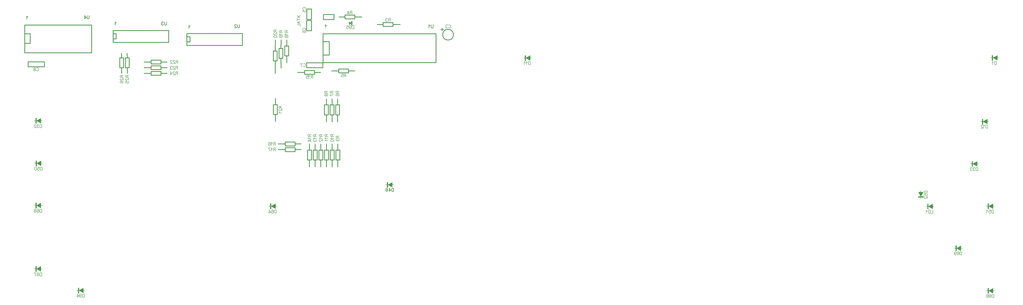
<source format=gbr>
%FSLAX34Y34*%
%MOMM*%
%LNSILK_BOTTOM*%
G71*
G01*
%ADD10C,0.300*%
%ADD11C,0.178*%
%ADD12C,0.100*%
%ADD13C,0.200*%
%ADD14C,0.318*%
%ADD15C,0.254*%
%LPD*%
G54D10*
X1700212Y868759D02*
X1744266Y868759D01*
X1744266Y851694D01*
X1700212Y851694D01*
X1700212Y868759D01*
G54D10*
X1775818Y860226D02*
X1744464Y860226D01*
X1744266Y860425D01*
G54D10*
X1673424Y860226D02*
X1700014Y860226D01*
X1700212Y860425D01*
G54D10*
X1529160Y902097D02*
X1573212Y902097D01*
X1573212Y885031D01*
X1529160Y885031D01*
X1529160Y902097D01*
G54D10*
X1604765Y893564D02*
X1573412Y893564D01*
X1573212Y893762D01*
G54D10*
X1502371Y893564D02*
X1528960Y893564D01*
X1529160Y893762D01*
G54D11*
X1727852Y880823D02*
X1724652Y879045D01*
X1723585Y877267D01*
X1723585Y873712D01*
G54D11*
X1732118Y873712D02*
X1732118Y887934D01*
X1726785Y887934D01*
X1724652Y887045D01*
X1723585Y885267D01*
X1723585Y883490D01*
X1724652Y881712D01*
X1726785Y880823D01*
X1732118Y880823D01*
G54D11*
X1719674Y885267D02*
X1718608Y887045D01*
X1716474Y887934D01*
X1714341Y887934D01*
X1712208Y887045D01*
X1711141Y885267D01*
X1711141Y883490D01*
X1712208Y881712D01*
X1714341Y880823D01*
X1712208Y879934D01*
X1711141Y878156D01*
X1711141Y876379D01*
X1712208Y874601D01*
X1714341Y873712D01*
X1716474Y873712D01*
X1718608Y874601D01*
X1719674Y876379D01*
G54D11*
X1556416Y913779D02*
X1553216Y912001D01*
X1552150Y910224D01*
X1552150Y906668D01*
G54D11*
X1560683Y906668D02*
X1560683Y920890D01*
X1555350Y920890D01*
X1553216Y920001D01*
X1552150Y918224D01*
X1552150Y916446D01*
X1553216Y914668D01*
X1555350Y913779D01*
X1560683Y913779D01*
G54D11*
X1541839Y906668D02*
X1541839Y920890D01*
X1548239Y912001D01*
X1548239Y910224D01*
X1539706Y910224D01*
G36*
X1547416Y873919D02*
X1556544Y866378D01*
X1547416Y858044D01*
X1547416Y873919D01*
G37*
G54D12*
X1547416Y873919D02*
X1556544Y866378D01*
X1547416Y858044D01*
X1547416Y873919D01*
G36*
X1556940Y875506D02*
X1560910Y875506D01*
X1560910Y856853D01*
X1556940Y856853D01*
X1556940Y875506D01*
G37*
G54D12*
X1556940Y875506D02*
X1560910Y875506D01*
X1560910Y856853D01*
X1556940Y856853D01*
X1556940Y875506D01*
G54D12*
X1544240Y866378D02*
X1563290Y866378D01*
G54D10*
X1276351Y763588D02*
X1276351Y719535D01*
X1259286Y719535D01*
X1259286Y763588D01*
X1276351Y763588D01*
G54D10*
X1267818Y687982D02*
X1267818Y719336D01*
X1268016Y719535D01*
G54D10*
X1267818Y790376D02*
X1267818Y763787D01*
X1268016Y763588D01*
G54D10*
X1250554Y752078D02*
X1250554Y708025D01*
X1233488Y708025D01*
X1233488Y752078D01*
X1250554Y752078D01*
G54D10*
X1242418Y664170D02*
X1242021Y707826D01*
X1242220Y708025D01*
G54D10*
X1242418Y790376D02*
X1242021Y752278D01*
X1242220Y752078D01*
G54D10*
X1225154Y740569D02*
X1225154Y696516D01*
X1208088Y696516D01*
X1208088Y740569D01*
X1225154Y740569D01*
G54D10*
X1216224Y640754D02*
X1216621Y696317D01*
X1216820Y696516D01*
G54D10*
X1217018Y790376D02*
X1216621Y740768D01*
X1216820Y740569D01*
G54D10*
X1454151Y498872D02*
X1454151Y454819D01*
X1437086Y454819D01*
X1437086Y498872D01*
X1454151Y498872D01*
G54D10*
X1445618Y423267D02*
X1445618Y454620D01*
X1445816Y454819D01*
G54D10*
X1445618Y525660D02*
X1445618Y499071D01*
X1445816Y498872D01*
G54D10*
X1479551Y498872D02*
X1479551Y454819D01*
X1462486Y454819D01*
X1462486Y498872D01*
X1479551Y498872D01*
G54D10*
X1471018Y423267D02*
X1471018Y454620D01*
X1471216Y454819D01*
G54D10*
X1471018Y525660D02*
X1471018Y499071D01*
X1471216Y498872D01*
G54D10*
X1504554Y498872D02*
X1504554Y454819D01*
X1487488Y454819D01*
X1487488Y498872D01*
X1504554Y498872D01*
G54D10*
X1496020Y423267D02*
X1496020Y454620D01*
X1496220Y454819D01*
G54D10*
X1496020Y525660D02*
X1496020Y499071D01*
X1496220Y498872D01*
G54D10*
X1225551Y500063D02*
X1225551Y456010D01*
X1208486Y456010D01*
X1208486Y500063D01*
X1225551Y500063D01*
G54D10*
X1217018Y424457D02*
X1217018Y455811D01*
X1217216Y456010D01*
G54D10*
X1217018Y526851D02*
X1217018Y500262D01*
X1217216Y500063D01*
G54D10*
X1378745Y296466D02*
X1378745Y252413D01*
X1361679Y252413D01*
X1361679Y296466D01*
X1378745Y296466D01*
G54D10*
X1370211Y220860D02*
X1370211Y252214D01*
X1370410Y252413D01*
G54D10*
X1370211Y323254D02*
X1370211Y296665D01*
X1370410Y296466D01*
G54D10*
X1404145Y296466D02*
X1404145Y252413D01*
X1387079Y252413D01*
X1387079Y296466D01*
X1404145Y296466D01*
G54D10*
X1395611Y220860D02*
X1395611Y252214D01*
X1395810Y252413D01*
G54D10*
X1395611Y323254D02*
X1395611Y296665D01*
X1395810Y296466D01*
G54D10*
X1404145Y296466D02*
X1404145Y252413D01*
X1387079Y252413D01*
X1387079Y296466D01*
X1404145Y296466D01*
G54D10*
X1395611Y220860D02*
X1395611Y252214D01*
X1395810Y252413D01*
G54D10*
X1395611Y323254D02*
X1395611Y296665D01*
X1395810Y296466D01*
G54D10*
X1429545Y296466D02*
X1429545Y252413D01*
X1412479Y252413D01*
X1412479Y296466D01*
X1429545Y296466D01*
G54D10*
X1421011Y220860D02*
X1421011Y252214D01*
X1421210Y252413D01*
G54D10*
X1421011Y323254D02*
X1421011Y296665D01*
X1421210Y296466D01*
G54D10*
X1429545Y296466D02*
X1429545Y252413D01*
X1412479Y252413D01*
X1412479Y296466D01*
X1429545Y296466D01*
G54D10*
X1421011Y220860D02*
X1421011Y252214D01*
X1421210Y252413D01*
G54D10*
X1421011Y323254D02*
X1421011Y296665D01*
X1421210Y296466D01*
G54D10*
X1454945Y296466D02*
X1454945Y252413D01*
X1437879Y252413D01*
X1437879Y296466D01*
X1454945Y296466D01*
G54D10*
X1446411Y220860D02*
X1446411Y252214D01*
X1446610Y252413D01*
G54D10*
X1446411Y323254D02*
X1446411Y296665D01*
X1446610Y296466D01*
G54D10*
X1454945Y296466D02*
X1454945Y252413D01*
X1437879Y252413D01*
X1437879Y296466D01*
X1454945Y296466D01*
G54D10*
X1446411Y220860D02*
X1446411Y252214D01*
X1446610Y252413D01*
G54D10*
X1446411Y323254D02*
X1446411Y296665D01*
X1446610Y296466D01*
G54D10*
X1480345Y296466D02*
X1480345Y252413D01*
X1463279Y252413D01*
X1463279Y296466D01*
X1480345Y296466D01*
G54D10*
X1471811Y220860D02*
X1471811Y252214D01*
X1472010Y252413D01*
G54D10*
X1471811Y323254D02*
X1471811Y296665D01*
X1472010Y296466D01*
G54D10*
X1480345Y296466D02*
X1480345Y252413D01*
X1463279Y252413D01*
X1463279Y296466D01*
X1480345Y296466D01*
G54D10*
X1471811Y220860D02*
X1471811Y252214D01*
X1472010Y252413D01*
G54D10*
X1471811Y323254D02*
X1471811Y296665D01*
X1472010Y296466D01*
G54D10*
X1505745Y296466D02*
X1505745Y252413D01*
X1488679Y252413D01*
X1488679Y296466D01*
X1505745Y296466D01*
G54D10*
X1497211Y220860D02*
X1497211Y252214D01*
X1497410Y252413D01*
G54D10*
X1497211Y323254D02*
X1497211Y296665D01*
X1497410Y296466D01*
G54D10*
X1305324Y315118D02*
X1261271Y315118D01*
X1261271Y332183D01*
X1305324Y332183D01*
X1305324Y315118D01*
G54D10*
X1229718Y323651D02*
X1261072Y323651D01*
X1261271Y323452D01*
G54D10*
X1332112Y323651D02*
X1305523Y323651D01*
X1305324Y323452D01*
G54D10*
X1305721Y289718D02*
X1261668Y289718D01*
X1261668Y306783D01*
X1305721Y306783D01*
X1305721Y289718D01*
G54D10*
X1230115Y298251D02*
X1261469Y298251D01*
X1261668Y298052D01*
G54D10*
X1332509Y298251D02*
X1305920Y298251D01*
X1305721Y298052D01*
G54D10*
X1545036Y643333D02*
X1500983Y643333D01*
X1500983Y660399D01*
X1545036Y660399D01*
X1545036Y643333D01*
G54D10*
X1469431Y651867D02*
X1500784Y651867D01*
X1500983Y651668D01*
G54D10*
X1571824Y651867D02*
X1545236Y651867D01*
X1545036Y651668D01*
G54D10*
X1393033Y636587D02*
X1348980Y636586D01*
X1348980Y653652D01*
X1393033Y653652D01*
X1393033Y636587D01*
G54D10*
X1317428Y645120D02*
X1348781Y645120D01*
X1348980Y644921D01*
G54D10*
X1419822Y645120D02*
X1393232Y645120D01*
X1393033Y644921D01*
G54D10*
X704455Y683021D02*
X660402Y683021D01*
X660402Y700086D01*
X704455Y700086D01*
X704455Y683021D01*
G54D10*
X628850Y691554D02*
X660203Y691554D01*
X660402Y691355D01*
G54D10*
X731244Y691554D02*
X704654Y691554D01*
X704455Y691355D01*
G54D10*
X704455Y657621D02*
X660402Y657621D01*
X660402Y674686D01*
X704455Y674686D01*
X704455Y657621D01*
G54D10*
X628850Y666154D02*
X660203Y666154D01*
X660402Y665955D01*
G54D10*
X731244Y666154D02*
X704654Y666154D01*
X704455Y665955D01*
G54D10*
X704455Y632221D02*
X660402Y632221D01*
X660402Y649286D01*
X704455Y649286D01*
X704455Y632221D01*
G54D10*
X628850Y640754D02*
X660203Y640754D01*
X660402Y640555D01*
G54D10*
X731244Y640754D02*
X704654Y640754D01*
X704455Y640555D01*
G54D10*
X536576Y710010D02*
X536576Y665957D01*
X519510Y665957D01*
X519510Y710010D01*
X536576Y710010D01*
G54D10*
X528043Y641151D02*
X528042Y665758D01*
X528242Y665957D01*
G54D10*
X527646Y730448D02*
X528042Y710209D01*
X528242Y710010D01*
G54D10*
X561976Y710407D02*
X561976Y666353D01*
X544910Y666354D01*
X544910Y710407D01*
X561976Y710407D01*
G54D10*
X553443Y641548D02*
X553442Y666155D01*
X553642Y666354D01*
G54D10*
X553046Y730845D02*
X553442Y710606D01*
X553642Y710407D01*
G54D10*
X108744Y692150D02*
X181769Y692150D01*
X181769Y670322D01*
X108744Y670322D01*
X108744Y692150D01*
G54D11*
X146248Y654732D02*
X147314Y652954D01*
X149448Y652066D01*
X151581Y652066D01*
X153714Y652954D01*
X154781Y654732D01*
X154781Y663621D01*
X153714Y665399D01*
X151581Y666288D01*
X149448Y666288D01*
X147314Y665399D01*
X146248Y663621D01*
G54D11*
X137004Y659177D02*
X139137Y659177D01*
X141270Y660066D01*
X142337Y661843D01*
X142337Y663621D01*
X141270Y665399D01*
X139137Y666288D01*
X137004Y666288D01*
X134870Y665399D01*
X133804Y663621D01*
X133804Y661843D01*
X134870Y660066D01*
X137004Y659177D01*
X134870Y658288D01*
X133804Y656510D01*
X133804Y654732D01*
X134870Y652954D01*
X137004Y652066D01*
X139137Y652066D01*
X141270Y652954D01*
X142337Y654732D01*
X142337Y656510D01*
X141270Y658288D01*
X139137Y659177D01*
G36*
X4428331Y722312D02*
X4432300Y722312D01*
X4432300Y698500D01*
X4428331Y698500D01*
X4428331Y722312D01*
G37*
G54D12*
X4428331Y722312D02*
X4432300Y722312D01*
X4432300Y698500D01*
X4428331Y698500D01*
X4428331Y722312D01*
G36*
X4432300Y710803D02*
X4452144Y721519D01*
X4452144Y699691D01*
X4432300Y710803D01*
G37*
G54D12*
X4432300Y710803D02*
X4452144Y721519D01*
X4452144Y699691D01*
X4432300Y710803D01*
G54D13*
X4422775Y710803D02*
X4457700Y710803D01*
G36*
X4383881Y436166D02*
X4387850Y436166D01*
X4387850Y412353D01*
X4383881Y412353D01*
X4383881Y436166D01*
G37*
G54D12*
X4383881Y436166D02*
X4387850Y436166D01*
X4387850Y412353D01*
X4383881Y412353D01*
X4383881Y436166D01*
G36*
X4387850Y424656D02*
X4407694Y435372D01*
X4407694Y413544D01*
X4387850Y424656D01*
G37*
G54D12*
X4387850Y424656D02*
X4407694Y435372D01*
X4407694Y413544D01*
X4387850Y424656D01*
G54D13*
X4378325Y424656D02*
X4413250Y424656D01*
G36*
X4337844Y246459D02*
X4341812Y246459D01*
X4341812Y222647D01*
X4337844Y222647D01*
X4337844Y246459D01*
G37*
G54D12*
X4337844Y246459D02*
X4341812Y246459D01*
X4341812Y222647D01*
X4337844Y222647D01*
X4337844Y246459D01*
G36*
X4341813Y234950D02*
X4361656Y245666D01*
X4361656Y223838D01*
X4341813Y234950D01*
G37*
G54D12*
X4341813Y234950D02*
X4361656Y245666D01*
X4361656Y223838D01*
X4341813Y234950D01*
G54D13*
X4332288Y234950D02*
X4367212Y234950D01*
G36*
X4409281Y56356D02*
X4413250Y56356D01*
X4413250Y32544D01*
X4409281Y32544D01*
X4409281Y56356D01*
G37*
G54D12*
X4409281Y56356D02*
X4413250Y56356D01*
X4413250Y32544D01*
X4409281Y32544D01*
X4409281Y56356D01*
G36*
X4413250Y44847D02*
X4433094Y55562D01*
X4433094Y33734D01*
X4413250Y44847D01*
G37*
G54D12*
X4413250Y44847D02*
X4433094Y55562D01*
X4433094Y33734D01*
X4413250Y44847D01*
G54D13*
X4403725Y44847D02*
X4438650Y44847D01*
G36*
X4265612Y-132556D02*
X4269581Y-132556D01*
X4269581Y-156369D01*
X4265612Y-156369D01*
X4265612Y-132556D01*
G37*
G54D12*
X4265612Y-132556D02*
X4269581Y-132556D01*
X4269581Y-156369D01*
X4265612Y-156369D01*
X4265612Y-132556D01*
G36*
X4269582Y-144066D02*
X4289425Y-133350D01*
X4289425Y-155178D01*
X4269582Y-144066D01*
G37*
G54D12*
X4269582Y-144066D02*
X4289425Y-133350D01*
X4289425Y-155178D01*
X4269582Y-144066D01*
G54D13*
X4260056Y-144066D02*
X4294981Y-144066D01*
G36*
X4139009Y55562D02*
X4142978Y55562D01*
X4142978Y31750D01*
X4139009Y31750D01*
X4139009Y55562D01*
G37*
G54D12*
X4139009Y55562D02*
X4142978Y55562D01*
X4142978Y31750D01*
X4139009Y31750D01*
X4139009Y55562D01*
G36*
X4142978Y44053D02*
X4162822Y54769D01*
X4162822Y32941D01*
X4142978Y44053D01*
G37*
G54D12*
X4142978Y44053D02*
X4162822Y54769D01*
X4162822Y32941D01*
X4142978Y44053D01*
G54D13*
X4133453Y44053D02*
X4168378Y44053D01*
G36*
X4121565Y84460D02*
X4121565Y88430D01*
X4097753Y88430D01*
X4097753Y84460D01*
X4121565Y84460D01*
G37*
G54D12*
X4121565Y84460D02*
X4121565Y88430D01*
X4097753Y88430D01*
X4097753Y84460D01*
X4121565Y84460D01*
G36*
X4110056Y88430D02*
X4120772Y108274D01*
X4098943Y108274D01*
X4110056Y88430D01*
G37*
G54D12*
X4110056Y88430D02*
X4120772Y108274D01*
X4098943Y108274D01*
X4110056Y88430D01*
G54D13*
X4110056Y78904D02*
X4110056Y113830D01*
G36*
X4409678Y-323056D02*
X4413647Y-323056D01*
X4413647Y-346869D01*
X4409678Y-346869D01*
X4409678Y-323056D01*
G37*
G54D12*
X4409678Y-323056D02*
X4413647Y-323056D01*
X4413647Y-346869D01*
X4409678Y-346869D01*
X4409678Y-323056D01*
G36*
X4413648Y-334566D02*
X4433491Y-323850D01*
X4433491Y-345678D01*
X4413648Y-334566D01*
G37*
G54D12*
X4413648Y-334566D02*
X4433491Y-323850D01*
X4433491Y-345678D01*
X4413648Y-334566D01*
G54D13*
X4404122Y-334566D02*
X4439047Y-334566D01*
G54D10*
X1357313Y688181D02*
X1430338Y688181D01*
X1430338Y666353D01*
X1357313Y666353D01*
X1357313Y688181D01*
G54D10*
G75*
G01X2015331Y814388D02*
G03X2015331Y814388I-24209J0D01*
G01*
G54D14*
X1970484Y837643D02*
X1959818Y837643D01*
G54D14*
X1965151Y842088D02*
X1965151Y833199D01*
G36*
X2335212Y721519D02*
X2339181Y721519D01*
X2339181Y697706D01*
X2335212Y697706D01*
X2335212Y721519D01*
G37*
G54D12*
X2335212Y721519D02*
X2339181Y721519D01*
X2339181Y697706D01*
X2335212Y697706D01*
X2335212Y721519D01*
G36*
X2339182Y710009D02*
X2359025Y720725D01*
X2359025Y698897D01*
X2339182Y710009D01*
G37*
G54D12*
X2339182Y710009D02*
X2359025Y720725D01*
X2359025Y698897D01*
X2339182Y710009D01*
G54D13*
X2329656Y710009D02*
X2364581Y710009D01*
G36*
X142081Y439738D02*
X146050Y439738D01*
X146050Y415925D01*
X142081Y415925D01*
X142081Y439738D01*
G37*
G54D12*
X142081Y439738D02*
X146050Y439738D01*
X146050Y415925D01*
X142081Y415925D01*
X142081Y439738D01*
G36*
X146050Y428228D02*
X165894Y438944D01*
X165894Y417116D01*
X146050Y428228D01*
G37*
G54D12*
X146050Y428228D02*
X165894Y438944D01*
X165894Y417116D01*
X146050Y428228D01*
G54D13*
X136525Y428228D02*
X171450Y428228D01*
G36*
X142874Y248841D02*
X146844Y248841D01*
X146844Y225028D01*
X142874Y225028D01*
X142874Y248841D01*
G37*
G54D12*
X142874Y248841D02*
X146844Y248841D01*
X146844Y225028D01*
X142874Y225028D01*
X142874Y248841D01*
G36*
X146844Y237331D02*
X166688Y248047D01*
X166688Y226219D01*
X146844Y237331D01*
G37*
G54D12*
X146844Y237331D02*
X166688Y248047D01*
X166688Y226219D01*
X146844Y237331D01*
G54D13*
X137318Y237331D02*
X172244Y237331D01*
G36*
X142081Y59531D02*
X146050Y59531D01*
X146050Y35719D01*
X142081Y35719D01*
X142081Y59531D01*
G37*
G54D12*
X142081Y59531D02*
X146050Y59531D01*
X146050Y35719D01*
X142081Y35719D01*
X142081Y59531D01*
G36*
X146050Y48022D02*
X165894Y58738D01*
X165894Y36909D01*
X146050Y48022D01*
G37*
G54D12*
X146050Y48022D02*
X165894Y58738D01*
X165894Y36909D01*
X146050Y48022D01*
G54D13*
X136525Y48022D02*
X171450Y48022D01*
G36*
X142081Y-225028D02*
X146050Y-225028D01*
X146050Y-248841D01*
X142081Y-248841D01*
X142081Y-225028D01*
G37*
G54D12*
X142081Y-225028D02*
X146050Y-225028D01*
X146050Y-248841D01*
X142081Y-248841D01*
X142081Y-225028D01*
G36*
X146050Y-236538D02*
X165894Y-225822D01*
X165894Y-247650D01*
X146050Y-236538D01*
G37*
G54D12*
X146050Y-236538D02*
X165894Y-225822D01*
X165894Y-247650D01*
X146050Y-236538D01*
G54D13*
X136525Y-236538D02*
X171450Y-236538D01*
G36*
X332978Y-321866D02*
X336947Y-321866D01*
X336947Y-345678D01*
X332978Y-345678D01*
X332978Y-321866D01*
G37*
G54D12*
X332978Y-321866D02*
X336947Y-321866D01*
X336947Y-345678D01*
X332978Y-345678D01*
X332978Y-321866D01*
G36*
X336947Y-333375D02*
X356791Y-322659D01*
X356791Y-344488D01*
X336947Y-333375D01*
G37*
G54D12*
X336947Y-333375D02*
X356791Y-322659D01*
X356791Y-344488D01*
X336947Y-333375D01*
G54D13*
X327422Y-333375D02*
X362347Y-333375D01*
G36*
X1193800Y56356D02*
X1197768Y56356D01*
X1197768Y32544D01*
X1193800Y32544D01*
X1193800Y56356D01*
G37*
G54D12*
X1193800Y56356D02*
X1197768Y56356D01*
X1197768Y32544D01*
X1193800Y32544D01*
X1193800Y56356D01*
G36*
X1197769Y44847D02*
X1217612Y55562D01*
X1217612Y33734D01*
X1197769Y44847D01*
G37*
G54D12*
X1197769Y44847D02*
X1217612Y55562D01*
X1217612Y33734D01*
X1197769Y44847D01*
G54D13*
X1188244Y44847D02*
X1223168Y44847D01*
G54D11*
X360760Y-363934D02*
X360760Y-349712D01*
X355426Y-349712D01*
X353292Y-350601D01*
X352226Y-352379D01*
X352226Y-361268D01*
X353292Y-363046D01*
X355426Y-363934D01*
X360760Y-363934D01*
G54D11*
X348316Y-361268D02*
X347248Y-363046D01*
X345116Y-363934D01*
X342982Y-363934D01*
X340848Y-363046D01*
X339782Y-361268D01*
X339782Y-356823D01*
X339782Y-355934D01*
X342982Y-357712D01*
X345116Y-357712D01*
X347248Y-356823D01*
X348316Y-355046D01*
X348316Y-352379D01*
X347248Y-350601D01*
X345116Y-349712D01*
X342982Y-349712D01*
X340848Y-350601D01*
X339782Y-352379D01*
X339782Y-356823D01*
G54D11*
X329472Y-363934D02*
X329472Y-349712D01*
X335872Y-358601D01*
X335872Y-360379D01*
X327338Y-360379D01*
G54D11*
X170260Y-268684D02*
X170260Y-254462D01*
X164926Y-254462D01*
X162792Y-255351D01*
X161726Y-257129D01*
X161726Y-266018D01*
X162792Y-267796D01*
X164926Y-268684D01*
X170260Y-268684D01*
G54D11*
X152482Y-261573D02*
X154616Y-261573D01*
X156748Y-260684D01*
X157816Y-258907D01*
X157816Y-257129D01*
X156748Y-255351D01*
X154616Y-254462D01*
X152482Y-254462D01*
X150348Y-255351D01*
X149282Y-257129D01*
X149282Y-258907D01*
X150348Y-260684D01*
X152482Y-261573D01*
X150348Y-262462D01*
X149282Y-264240D01*
X149282Y-266018D01*
X150348Y-267796D01*
X152482Y-268684D01*
X154616Y-268684D01*
X156748Y-267796D01*
X157816Y-266018D01*
X157816Y-264240D01*
X156748Y-262462D01*
X154616Y-261573D01*
G54D11*
X145372Y-254462D02*
X136838Y-254462D01*
X137904Y-256240D01*
X140038Y-258907D01*
X142172Y-262462D01*
X143238Y-265129D01*
X143238Y-268684D01*
G54D11*
X169862Y17066D02*
X169862Y31288D01*
X164529Y31288D01*
X162396Y30399D01*
X161329Y28621D01*
X161329Y19732D01*
X162396Y17954D01*
X164529Y17066D01*
X169862Y17066D01*
G54D11*
X148885Y28621D02*
X149952Y30399D01*
X152085Y31288D01*
X154218Y31288D01*
X156352Y30399D01*
X157418Y28621D01*
X157418Y24177D01*
X157418Y23288D01*
X154218Y25066D01*
X152085Y25066D01*
X149952Y24177D01*
X148885Y22399D01*
X148885Y19732D01*
X149952Y17954D01*
X152085Y17066D01*
X154218Y17066D01*
X156352Y17954D01*
X157418Y19732D01*
X157418Y24177D01*
G54D11*
X139641Y24177D02*
X141774Y24177D01*
X143908Y25066D01*
X144974Y26843D01*
X144974Y28621D01*
X143908Y30399D01*
X141774Y31288D01*
X139641Y31288D01*
X137508Y30399D01*
X136441Y28621D01*
X136441Y26843D01*
X137508Y25066D01*
X139641Y24177D01*
X137508Y23288D01*
X136441Y21510D01*
X136441Y19732D01*
X137508Y17954D01*
X139641Y17066D01*
X141774Y17066D01*
X143908Y17954D01*
X144974Y19732D01*
X144974Y21510D01*
X143908Y23288D01*
X141774Y24177D01*
G54D11*
X171847Y205581D02*
X171847Y219804D01*
X166514Y219804D01*
X164380Y218914D01*
X163314Y217137D01*
X163314Y208248D01*
X164380Y206470D01*
X166514Y205581D01*
X171847Y205581D01*
G54D11*
X150870Y219804D02*
X159403Y219804D01*
X159403Y213581D01*
X158336Y213581D01*
X156203Y214470D01*
X154070Y214470D01*
X151936Y213581D01*
X150870Y211804D01*
X150870Y208248D01*
X151936Y206470D01*
X154070Y205581D01*
X156203Y205581D01*
X158336Y206470D01*
X159403Y208248D01*
G54D11*
X138426Y217137D02*
X138426Y208248D01*
X139492Y206470D01*
X141626Y205581D01*
X143759Y205581D01*
X145892Y206470D01*
X146959Y208248D01*
X146959Y217137D01*
X145892Y218914D01*
X143759Y219804D01*
X141626Y219804D01*
X139492Y218914D01*
X138426Y217137D01*
G54D11*
X169862Y396478D02*
X169862Y410700D01*
X164529Y410700D01*
X162396Y409812D01*
X161329Y408034D01*
X161329Y399145D01*
X162396Y397367D01*
X164529Y396478D01*
X169862Y396478D01*
G54D11*
X157418Y408034D02*
X156352Y409812D01*
X154218Y410700D01*
X152085Y410700D01*
X149952Y409812D01*
X148885Y408034D01*
X148885Y406256D01*
X149952Y404478D01*
X152085Y403589D01*
X149952Y402700D01*
X148885Y400922D01*
X148885Y399145D01*
X149952Y397367D01*
X152085Y396478D01*
X154218Y396478D01*
X156352Y397367D01*
X157418Y399145D01*
G54D11*
X136441Y396478D02*
X144974Y396478D01*
X144974Y397367D01*
X143908Y399145D01*
X137508Y404478D01*
X136441Y406256D01*
X136441Y408034D01*
X137508Y409812D01*
X139641Y410700D01*
X141774Y410700D01*
X143908Y409812D01*
X144974Y408034D01*
G54D11*
X1220788Y13494D02*
X1220788Y27716D01*
X1215454Y27716D01*
X1213321Y26827D01*
X1212254Y25049D01*
X1212254Y16160D01*
X1213321Y14383D01*
X1215454Y13494D01*
X1220788Y13494D01*
G54D11*
X1199810Y25049D02*
X1200877Y26827D01*
X1203010Y27716D01*
X1205144Y27716D01*
X1207277Y26827D01*
X1208344Y25049D01*
X1208344Y20605D01*
X1208344Y19716D01*
X1205144Y21494D01*
X1203010Y21494D01*
X1200877Y20605D01*
X1199810Y18827D01*
X1199810Y16160D01*
X1200877Y14383D01*
X1203010Y13494D01*
X1205144Y13494D01*
X1207277Y14383D01*
X1208344Y16160D01*
X1208344Y20605D01*
G54D11*
X1189500Y13494D02*
X1189500Y27716D01*
X1195900Y18827D01*
X1195900Y17049D01*
X1187366Y17049D01*
G54D11*
X2359422Y679450D02*
X2359422Y693672D01*
X2354089Y693672D01*
X2351955Y692783D01*
X2350889Y691006D01*
X2350889Y682117D01*
X2351955Y680339D01*
X2354089Y679450D01*
X2359422Y679450D01*
G54D11*
X2346978Y688339D02*
X2341645Y693672D01*
X2341645Y679450D01*
G54D11*
X2337734Y688339D02*
X2332401Y693672D01*
X2332401Y679450D01*
G54D11*
X4448572Y679450D02*
X4448572Y693672D01*
X4443238Y693672D01*
X4441106Y692783D01*
X4440038Y691006D01*
X4440038Y682117D01*
X4441106Y680339D01*
X4443238Y679450D01*
X4448572Y679450D01*
G54D11*
X4436128Y688339D02*
X4430794Y693672D01*
X4430794Y679450D01*
G54D11*
X4409678Y394494D02*
X4409678Y408716D01*
X4404344Y408716D01*
X4402212Y407827D01*
X4401144Y406049D01*
X4401144Y397160D01*
X4402212Y395383D01*
X4404344Y394494D01*
X4409678Y394494D01*
G54D11*
X4397234Y403383D02*
X4391900Y408716D01*
X4391900Y394494D01*
G54D11*
X4379456Y394494D02*
X4387990Y394494D01*
X4387990Y395383D01*
X4386924Y397160D01*
X4380524Y402494D01*
X4379456Y404272D01*
X4379456Y406049D01*
X4380524Y407827D01*
X4382656Y408716D01*
X4384790Y408716D01*
X4386924Y407827D01*
X4387990Y406049D01*
G54D11*
X4365228Y203597D02*
X4365228Y217819D01*
X4359894Y217819D01*
X4357762Y216930D01*
X4356694Y215152D01*
X4356694Y206264D01*
X4357762Y204486D01*
X4359894Y203597D01*
X4365228Y203597D01*
G54D11*
X4352784Y215152D02*
X4351718Y216930D01*
X4349584Y217819D01*
X4347450Y217819D01*
X4345318Y216930D01*
X4344250Y215152D01*
X4344250Y213375D01*
X4345318Y211597D01*
X4347450Y210708D01*
X4345318Y209819D01*
X4344250Y208041D01*
X4344250Y206264D01*
X4345318Y204486D01*
X4347450Y203597D01*
X4349584Y203597D01*
X4351718Y204486D01*
X4352784Y206264D01*
G54D11*
X4340340Y215152D02*
X4339274Y216930D01*
X4337140Y217819D01*
X4335006Y217819D01*
X4332874Y216930D01*
X4331806Y215152D01*
X4331806Y213375D01*
X4332874Y211597D01*
X4335006Y210708D01*
X4332874Y209819D01*
X4331806Y208041D01*
X4331806Y206264D01*
X4332874Y204486D01*
X4335006Y203597D01*
X4337140Y203597D01*
X4339274Y204486D01*
X4340340Y206264D01*
G54D11*
X4435475Y13494D02*
X4435475Y27716D01*
X4430142Y27716D01*
X4428008Y26827D01*
X4426942Y25049D01*
X4426942Y16160D01*
X4428008Y14383D01*
X4430142Y13494D01*
X4435475Y13494D01*
G54D11*
X4414498Y27716D02*
X4423031Y27716D01*
X4423031Y21494D01*
X4421964Y21494D01*
X4419831Y22383D01*
X4417698Y22383D01*
X4415564Y21494D01*
X4414498Y19716D01*
X4414498Y16160D01*
X4415564Y14383D01*
X4417698Y13494D01*
X4419831Y13494D01*
X4421964Y14383D01*
X4423031Y16160D01*
G54D11*
X4410587Y22383D02*
X4405254Y27716D01*
X4405254Y13494D01*
G54D11*
X4163616Y26922D02*
X4163616Y12700D01*
X4156149Y12700D01*
G54D11*
X4152238Y12700D02*
X4152238Y26922D01*
X4146904Y26922D01*
X4144771Y26033D01*
X4143704Y24256D01*
X4143704Y15367D01*
X4144771Y13589D01*
X4146904Y12700D01*
X4152238Y12700D01*
G54D11*
X4139794Y21589D02*
X4134460Y26922D01*
X4134460Y12700D01*
G54D11*
X4139406Y112316D02*
X4125184Y112316D01*
X4125184Y106982D01*
X4126073Y104849D01*
X4127851Y103782D01*
X4136740Y103782D01*
X4138517Y104849D01*
X4139406Y106982D01*
X4139406Y112316D01*
G54D11*
X4125184Y91338D02*
X4125184Y99872D01*
X4131406Y99872D01*
X4131406Y98805D01*
X4130517Y96672D01*
X4130517Y94538D01*
X4131406Y92405D01*
X4133184Y91338D01*
X4136740Y91338D01*
X4138517Y92405D01*
X4139406Y94538D01*
X4139406Y96672D01*
X4138517Y98805D01*
X4136740Y99872D01*
G54D11*
X4139406Y78894D02*
X4139406Y87428D01*
X4138517Y87428D01*
X4136740Y86361D01*
X4131406Y79961D01*
X4129628Y78894D01*
X4127851Y78894D01*
X4126073Y79961D01*
X4125184Y82094D01*
X4125184Y84228D01*
X4126073Y86361D01*
X4127851Y87428D01*
G54D11*
X4293394Y-174228D02*
X4293394Y-160006D01*
X4288060Y-160006D01*
X4285928Y-160895D01*
X4284860Y-162673D01*
X4284860Y-171562D01*
X4285928Y-173339D01*
X4288060Y-174228D01*
X4293394Y-174228D01*
G54D11*
X4272416Y-162673D02*
X4273484Y-160895D01*
X4275616Y-160006D01*
X4277750Y-160006D01*
X4279884Y-160895D01*
X4280950Y-162673D01*
X4280950Y-167117D01*
X4280950Y-168006D01*
X4277750Y-166228D01*
X4275616Y-166228D01*
X4273484Y-167117D01*
X4272416Y-168895D01*
X4272416Y-171562D01*
X4273484Y-173339D01*
X4275616Y-174228D01*
X4277750Y-174228D01*
X4279884Y-173339D01*
X4280950Y-171562D01*
X4280950Y-167117D01*
G54D11*
X4268506Y-171562D02*
X4267440Y-173339D01*
X4265306Y-174228D01*
X4263172Y-174228D01*
X4261040Y-173339D01*
X4259972Y-171562D01*
X4259972Y-167117D01*
X4259972Y-166228D01*
X4263172Y-168006D01*
X4265306Y-168006D01*
X4267440Y-167117D01*
X4268506Y-165339D01*
X4268506Y-162673D01*
X4267440Y-160895D01*
X4265306Y-160006D01*
X4263172Y-160006D01*
X4261040Y-160895D01*
X4259972Y-162673D01*
X4259972Y-167117D01*
G54D11*
X4437460Y-365522D02*
X4437460Y-351300D01*
X4432126Y-351300D01*
X4429993Y-352188D01*
X4428926Y-353966D01*
X4428926Y-362855D01*
X4429993Y-364633D01*
X4432126Y-365522D01*
X4437460Y-365522D01*
G54D11*
X4419682Y-358411D02*
X4421816Y-358411D01*
X4423949Y-357522D01*
X4425016Y-355744D01*
X4425016Y-353966D01*
X4423949Y-352188D01*
X4421816Y-351300D01*
X4419682Y-351300D01*
X4417549Y-352188D01*
X4416482Y-353966D01*
X4416482Y-355744D01*
X4417549Y-357522D01*
X4419682Y-358411D01*
X4417549Y-359300D01*
X4416482Y-361077D01*
X4416482Y-362855D01*
X4417549Y-364633D01*
X4419682Y-365522D01*
X4421816Y-365522D01*
X4423949Y-364633D01*
X4425016Y-362855D01*
X4425016Y-361077D01*
X4423949Y-359300D01*
X4421816Y-358411D01*
G54D11*
X4407238Y-358411D02*
X4409372Y-358411D01*
X4411505Y-357522D01*
X4412572Y-355744D01*
X4412572Y-353966D01*
X4411505Y-352188D01*
X4409372Y-351300D01*
X4407238Y-351300D01*
X4405105Y-352188D01*
X4404038Y-353966D01*
X4404038Y-355744D01*
X4405105Y-357522D01*
X4407238Y-358411D01*
X4405105Y-359300D01*
X4404038Y-361077D01*
X4404038Y-362855D01*
X4405105Y-364633D01*
X4407238Y-365522D01*
X4409372Y-365522D01*
X4411505Y-364633D01*
X4412572Y-362855D01*
X4412572Y-361077D01*
X4411505Y-359300D01*
X4409372Y-358411D01*
G54D11*
X1528464Y631396D02*
X1525264Y629618D01*
X1524198Y627840D01*
X1524198Y624284D01*
G54D11*
X1532731Y624284D02*
X1532731Y638507D01*
X1527398Y638507D01*
X1525264Y637618D01*
X1524198Y635840D01*
X1524198Y634062D01*
X1525264Y632284D01*
X1527398Y631396D01*
X1532731Y631396D01*
G54D11*
X1511754Y638507D02*
X1520287Y638507D01*
X1520287Y632284D01*
X1519220Y632284D01*
X1517087Y633173D01*
X1514954Y633173D01*
X1512820Y632284D01*
X1511754Y630507D01*
X1511754Y626951D01*
X1512820Y625173D01*
X1514954Y624284D01*
X1517087Y624284D01*
X1519220Y625173D01*
X1520287Y626951D01*
G54D11*
X1342429Y672988D02*
X1343496Y671211D01*
X1345629Y670322D01*
X1347762Y670322D01*
X1349896Y671211D01*
X1350962Y672988D01*
X1350962Y681877D01*
X1349896Y683655D01*
X1347762Y684544D01*
X1345629Y684544D01*
X1343496Y683655D01*
X1342429Y681877D01*
G54D11*
X1338518Y684544D02*
X1329985Y684544D01*
X1331052Y682766D01*
X1333185Y680100D01*
X1335318Y676544D01*
X1336385Y673877D01*
X1336385Y670322D01*
G54D11*
X1381224Y625046D02*
X1378024Y623268D01*
X1376957Y621490D01*
X1376957Y617934D01*
G54D11*
X1385490Y617934D02*
X1385490Y632157D01*
X1380157Y632157D01*
X1378024Y631268D01*
X1376957Y629490D01*
X1376957Y627712D01*
X1378024Y625934D01*
X1380157Y625046D01*
X1385490Y625046D01*
G54D11*
X1373046Y626823D02*
X1367713Y632157D01*
X1367713Y617934D01*
G54D11*
X1355269Y632157D02*
X1363802Y632157D01*
X1363802Y625934D01*
X1362736Y625934D01*
X1360602Y626823D01*
X1358469Y626823D01*
X1356336Y625934D01*
X1355269Y624157D01*
X1355269Y620601D01*
X1356336Y618823D01*
X1358469Y617934D01*
X1360602Y617934D01*
X1362736Y618823D01*
X1363802Y620601D01*
G54D11*
X1267254Y827583D02*
X1269032Y824383D01*
X1270810Y823317D01*
X1274366Y823317D01*
G54D11*
X1274366Y831850D02*
X1260144Y831850D01*
X1260144Y826517D01*
X1261032Y824383D01*
X1262810Y823317D01*
X1264588Y823317D01*
X1266366Y824383D01*
X1267254Y826517D01*
X1267254Y831850D01*
G54D11*
X1265477Y819406D02*
X1260144Y814073D01*
X1274366Y814073D01*
G54D11*
X1267254Y804829D02*
X1267254Y806962D01*
X1266366Y809095D01*
X1264588Y810162D01*
X1262810Y810162D01*
X1261032Y809095D01*
X1260144Y806962D01*
X1260144Y804829D01*
X1261032Y802695D01*
X1262810Y801629D01*
X1264588Y801629D01*
X1266366Y802695D01*
X1267254Y804829D01*
X1268144Y802695D01*
X1269921Y801629D01*
X1271699Y801629D01*
X1273477Y802695D01*
X1274366Y804829D01*
X1274366Y806962D01*
X1273477Y809095D01*
X1271699Y810162D01*
X1269921Y810162D01*
X1268144Y809095D01*
X1267254Y806962D01*
G54D11*
X1241854Y827980D02*
X1243632Y824780D01*
X1245410Y823714D01*
X1248966Y823714D01*
G54D11*
X1248966Y832247D02*
X1234744Y832247D01*
X1234744Y826914D01*
X1235632Y824780D01*
X1237410Y823714D01*
X1239188Y823714D01*
X1240966Y824780D01*
X1241854Y826914D01*
X1241854Y832247D01*
G54D11*
X1240077Y819803D02*
X1234744Y814470D01*
X1248966Y814470D01*
G54D11*
X1246299Y810559D02*
X1248077Y809492D01*
X1248966Y807359D01*
X1248966Y805226D01*
X1248077Y803092D01*
X1246299Y802026D01*
X1241854Y802026D01*
X1240966Y802026D01*
X1242744Y805226D01*
X1242744Y807359D01*
X1241854Y809492D01*
X1240077Y810559D01*
X1237410Y810559D01*
X1235632Y809492D01*
X1234744Y807359D01*
X1234744Y805226D01*
X1235632Y803092D01*
X1237410Y802026D01*
X1241854Y802026D01*
G54D11*
X1216852Y830758D02*
X1218629Y827558D01*
X1220407Y826492D01*
X1223962Y826492D01*
G54D11*
X1223962Y835025D02*
X1209740Y835025D01*
X1209740Y829692D01*
X1210629Y827558D01*
X1212407Y826492D01*
X1214185Y826492D01*
X1215962Y827558D01*
X1216852Y829692D01*
X1216852Y835025D01*
G54D11*
X1223962Y814048D02*
X1223962Y822581D01*
X1223074Y822581D01*
X1221296Y821514D01*
X1215962Y815114D01*
X1214185Y814048D01*
X1212407Y814048D01*
X1210629Y815114D01*
X1209740Y817248D01*
X1209740Y819381D01*
X1210629Y821514D01*
X1212407Y822581D01*
G54D11*
X1212407Y801604D02*
X1221296Y801604D01*
X1223074Y802670D01*
X1223962Y804804D01*
X1223962Y806937D01*
X1223074Y809070D01*
X1221296Y810137D01*
X1212407Y810137D01*
X1210629Y809070D01*
X1209740Y806937D01*
X1209740Y804804D01*
X1210629Y802670D01*
X1212407Y801604D01*
G54D11*
X1239473Y488652D02*
X1241251Y485452D01*
X1243029Y484386D01*
X1246584Y484386D01*
G54D11*
X1246584Y492919D02*
X1232362Y492919D01*
X1232362Y487586D01*
X1233251Y485452D01*
X1235029Y484386D01*
X1236806Y484386D01*
X1238584Y485452D01*
X1239473Y487586D01*
X1239473Y492919D01*
G54D11*
X1246584Y471942D02*
X1246584Y480475D01*
X1245696Y480475D01*
X1243918Y479408D01*
X1238584Y473008D01*
X1236806Y471942D01*
X1235029Y471942D01*
X1233251Y473008D01*
X1232362Y475142D01*
X1232362Y477275D01*
X1233251Y479408D01*
X1235029Y480475D01*
G54D11*
X1237696Y468031D02*
X1232362Y462698D01*
X1246584Y462698D01*
G54D11*
X1212155Y324214D02*
X1208955Y322436D01*
X1207888Y320659D01*
X1207888Y317103D01*
G54D11*
X1216422Y317103D02*
X1216422Y331325D01*
X1211088Y331325D01*
X1208955Y330436D01*
X1207888Y328659D01*
X1207888Y326881D01*
X1208955Y325103D01*
X1211088Y324214D01*
X1216422Y324214D01*
G54D11*
X1203978Y325992D02*
X1198644Y331325D01*
X1198644Y317103D01*
G54D11*
X1186200Y328659D02*
X1187267Y330436D01*
X1189400Y331325D01*
X1191534Y331325D01*
X1193667Y330436D01*
X1194734Y328659D01*
X1194734Y324214D01*
X1194734Y323325D01*
X1191534Y325103D01*
X1189400Y325103D01*
X1187267Y324214D01*
X1186200Y322436D01*
X1186200Y319770D01*
X1187267Y317992D01*
X1189400Y317103D01*
X1191534Y317103D01*
X1193667Y317992D01*
X1194734Y319770D01*
X1194734Y324214D01*
G54D11*
X1212155Y298814D02*
X1208955Y297036D01*
X1207888Y295259D01*
X1207888Y291703D01*
G54D11*
X1216422Y291703D02*
X1216422Y305925D01*
X1211088Y305925D01*
X1208955Y305036D01*
X1207888Y303259D01*
X1207888Y301481D01*
X1208955Y299703D01*
X1211088Y298814D01*
X1216422Y298814D01*
G54D11*
X1203978Y300592D02*
X1198644Y305925D01*
X1198644Y291703D01*
G54D11*
X1194734Y305925D02*
X1186200Y305925D01*
X1187267Y304148D01*
X1189400Y301481D01*
X1191534Y297925D01*
X1192600Y295259D01*
X1192600Y291703D01*
G54D11*
X1495854Y555724D02*
X1497632Y552524D01*
X1499410Y551457D01*
X1502966Y551457D01*
G54D11*
X1502966Y559991D02*
X1488744Y559991D01*
X1488744Y554657D01*
X1489632Y552524D01*
X1491410Y551457D01*
X1493188Y551457D01*
X1494966Y552524D01*
X1495854Y554657D01*
X1495854Y559991D01*
G54D11*
X1491410Y539013D02*
X1489632Y540080D01*
X1488744Y542213D01*
X1488744Y544347D01*
X1489632Y546480D01*
X1491410Y547547D01*
X1495854Y547547D01*
X1496744Y547547D01*
X1494966Y544347D01*
X1494966Y542213D01*
X1495854Y540080D01*
X1497632Y539013D01*
X1500299Y539013D01*
X1502077Y540080D01*
X1502966Y542213D01*
X1502966Y544347D01*
X1502077Y546480D01*
X1500299Y547547D01*
X1495854Y547547D01*
G54D11*
X1470058Y555724D02*
X1471836Y552524D01*
X1473613Y551457D01*
X1477169Y551457D01*
G54D11*
X1477169Y559991D02*
X1462946Y559991D01*
X1462946Y554657D01*
X1463836Y552524D01*
X1465613Y551457D01*
X1467391Y551457D01*
X1469169Y552524D01*
X1470058Y554657D01*
X1470058Y559991D01*
G54D11*
X1462946Y547547D02*
X1462946Y539013D01*
X1464724Y540080D01*
X1467391Y542213D01*
X1470946Y544347D01*
X1473613Y545413D01*
X1477169Y545413D01*
G54D11*
X1444658Y555724D02*
X1446436Y552524D01*
X1448213Y551457D01*
X1451769Y551457D01*
G54D11*
X1451769Y559991D02*
X1437546Y559991D01*
X1437546Y554657D01*
X1438436Y552524D01*
X1440213Y551457D01*
X1441991Y551457D01*
X1443769Y552524D01*
X1444658Y554657D01*
X1444658Y559991D01*
G54D11*
X1444658Y542213D02*
X1444658Y544347D01*
X1443769Y546480D01*
X1441991Y547547D01*
X1440213Y547547D01*
X1438436Y546480D01*
X1437546Y544347D01*
X1437546Y542213D01*
X1438436Y540080D01*
X1440213Y539013D01*
X1441991Y539013D01*
X1443769Y540080D01*
X1444658Y542213D01*
X1445546Y540080D01*
X1447324Y539013D01*
X1449102Y539013D01*
X1450880Y540080D01*
X1451769Y542213D01*
X1451769Y544347D01*
X1450880Y546480D01*
X1449102Y547547D01*
X1447324Y547547D01*
X1445546Y546480D01*
X1444658Y544347D01*
G54D11*
X1496252Y354508D02*
X1498029Y351308D01*
X1499807Y350242D01*
X1503362Y350242D01*
G54D11*
X1503362Y358775D02*
X1489140Y358775D01*
X1489140Y353442D01*
X1490029Y351308D01*
X1491807Y350242D01*
X1493585Y350242D01*
X1495362Y351308D01*
X1496252Y353442D01*
X1496252Y358775D01*
G54D11*
X1500696Y346331D02*
X1502474Y345264D01*
X1503362Y343131D01*
X1503362Y340998D01*
X1502474Y338864D01*
X1500696Y337798D01*
X1496252Y337798D01*
X1495362Y337798D01*
X1497140Y340998D01*
X1497140Y343131D01*
X1496252Y345264D01*
X1494474Y346331D01*
X1491807Y346331D01*
X1490029Y345264D01*
X1489140Y343131D01*
X1489140Y340998D01*
X1490029Y338864D01*
X1491807Y337798D01*
X1496252Y337798D01*
G54D11*
X1471645Y360858D02*
X1473423Y357658D01*
X1475201Y356592D01*
X1478756Y356592D01*
G54D11*
X1478756Y365125D02*
X1464534Y365125D01*
X1464534Y359792D01*
X1465423Y357658D01*
X1467201Y356592D01*
X1468978Y356592D01*
X1470756Y357658D01*
X1471645Y359792D01*
X1471645Y365125D01*
G54D11*
X1469868Y352681D02*
X1464534Y347348D01*
X1478756Y347348D01*
G54D11*
X1467201Y334904D02*
X1476090Y334904D01*
X1477868Y335970D01*
X1478756Y338104D01*
X1478756Y340237D01*
X1477868Y342370D01*
X1476090Y343437D01*
X1467201Y343437D01*
X1465423Y342370D01*
X1464534Y340237D01*
X1464534Y338104D01*
X1465423Y335970D01*
X1467201Y334904D01*
G54D11*
X1446245Y360858D02*
X1448023Y357658D01*
X1449801Y356592D01*
X1453356Y356592D01*
G54D11*
X1453356Y365125D02*
X1439134Y365125D01*
X1439134Y359792D01*
X1440023Y357658D01*
X1441801Y356592D01*
X1443578Y356592D01*
X1445356Y357658D01*
X1446245Y359792D01*
X1446245Y365125D01*
G54D11*
X1444468Y352681D02*
X1439134Y347348D01*
X1453356Y347348D01*
G54D11*
X1444468Y343437D02*
X1439134Y338104D01*
X1453356Y338104D01*
G54D11*
X1421242Y360858D02*
X1423020Y357658D01*
X1424798Y356592D01*
X1428353Y356592D01*
G54D11*
X1428353Y365125D02*
X1414131Y365125D01*
X1414131Y359792D01*
X1415020Y357658D01*
X1416798Y356592D01*
X1418576Y356592D01*
X1420353Y357658D01*
X1421242Y359792D01*
X1421242Y365125D01*
G54D11*
X1419464Y352681D02*
X1414131Y347348D01*
X1428353Y347348D01*
G54D11*
X1428353Y334904D02*
X1428353Y343437D01*
X1427464Y343437D01*
X1425686Y342370D01*
X1420353Y335970D01*
X1418576Y334904D01*
X1416798Y334904D01*
X1415020Y335970D01*
X1414131Y338104D01*
X1414131Y340237D01*
X1415020Y342370D01*
X1416798Y343437D01*
G54D11*
X1395048Y360858D02*
X1396826Y357658D01*
X1398604Y356592D01*
X1402160Y356592D01*
G54D11*
X1402160Y365125D02*
X1387937Y365125D01*
X1387937Y359792D01*
X1388826Y357658D01*
X1390604Y356592D01*
X1392382Y356592D01*
X1394160Y357658D01*
X1395048Y359792D01*
X1395048Y365125D01*
G54D11*
X1393270Y352681D02*
X1387937Y347348D01*
X1402160Y347348D01*
G54D11*
X1390604Y343437D02*
X1388826Y342370D01*
X1387937Y340237D01*
X1387937Y338104D01*
X1388826Y335970D01*
X1390604Y334904D01*
X1392382Y334904D01*
X1394160Y335970D01*
X1395048Y338104D01*
X1395937Y335970D01*
X1397715Y334904D01*
X1399493Y334904D01*
X1401270Y335970D01*
X1402160Y338104D01*
X1402160Y340237D01*
X1401270Y342370D01*
X1399493Y343437D01*
G54D11*
X1370442Y360858D02*
X1372220Y357658D01*
X1373998Y356592D01*
X1377553Y356592D01*
G54D11*
X1377553Y365125D02*
X1363331Y365125D01*
X1363331Y359792D01*
X1364220Y357658D01*
X1365998Y356592D01*
X1367776Y356592D01*
X1369553Y357658D01*
X1370442Y359792D01*
X1370442Y365125D01*
G54D11*
X1368664Y352681D02*
X1363331Y347348D01*
X1377553Y347348D01*
G54D11*
X1377553Y337037D02*
X1363331Y337037D01*
X1372220Y343437D01*
X1373998Y343437D01*
X1373998Y334904D01*
G54D11*
X775196Y692117D02*
X771996Y690340D01*
X770929Y688562D01*
X770929Y685006D01*
G54D11*
X779462Y685006D02*
X779462Y699228D01*
X774129Y699228D01*
X771996Y698340D01*
X770929Y696562D01*
X770929Y694784D01*
X771996Y693006D01*
X774129Y692117D01*
X779462Y692117D01*
G54D11*
X758485Y685006D02*
X767018Y685006D01*
X767018Y685895D01*
X765952Y687673D01*
X759552Y693006D01*
X758485Y694784D01*
X758485Y696562D01*
X759552Y698340D01*
X761685Y699228D01*
X763818Y699228D01*
X765952Y698340D01*
X767018Y696562D01*
G54D11*
X746041Y685006D02*
X754574Y685006D01*
X754574Y685895D01*
X753508Y687673D01*
X747108Y693006D01*
X746041Y694784D01*
X746041Y696562D01*
X747108Y698340D01*
X749241Y699228D01*
X751374Y699228D01*
X753508Y698340D01*
X754574Y696562D01*
G54D11*
X774799Y665924D02*
X771599Y664146D01*
X770532Y662368D01*
X770532Y658812D01*
G54D11*
X779066Y658812D02*
X779066Y673035D01*
X773732Y673035D01*
X771599Y672146D01*
X770532Y670368D01*
X770532Y668590D01*
X771599Y666812D01*
X773732Y665924D01*
X779066Y665924D01*
G54D11*
X758088Y658812D02*
X766622Y658812D01*
X766622Y659701D01*
X765555Y661479D01*
X759155Y666812D01*
X758088Y668590D01*
X758088Y670368D01*
X759155Y672146D01*
X761288Y673035D01*
X763422Y673035D01*
X765555Y672146D01*
X766622Y670368D01*
G54D11*
X754178Y670368D02*
X753111Y672146D01*
X750978Y673035D01*
X748844Y673035D01*
X746711Y672146D01*
X745644Y670368D01*
X745644Y668590D01*
X746711Y666812D01*
X748844Y665924D01*
X746711Y665035D01*
X745644Y663257D01*
X745644Y661479D01*
X746711Y659701D01*
X748844Y658812D01*
X750978Y658812D01*
X753111Y659701D01*
X754178Y661479D01*
G54D11*
X774799Y641317D02*
X771599Y639540D01*
X770532Y637762D01*
X770532Y634206D01*
G54D11*
X779066Y634206D02*
X779066Y648428D01*
X773732Y648428D01*
X771599Y647540D01*
X770532Y645762D01*
X770532Y643984D01*
X771599Y642206D01*
X773732Y641317D01*
X779066Y641317D01*
G54D11*
X758088Y634206D02*
X766622Y634206D01*
X766622Y635095D01*
X765555Y636873D01*
X759155Y642206D01*
X758088Y643984D01*
X758088Y645762D01*
X759155Y647540D01*
X761288Y648428D01*
X763422Y648428D01*
X765555Y647540D01*
X766622Y645762D01*
G54D11*
X747778Y634206D02*
X747778Y648428D01*
X754178Y639540D01*
X754178Y637762D01*
X745644Y637762D01*
G54D11*
X552880Y625971D02*
X554657Y622771D01*
X556435Y621704D01*
X559990Y621704D01*
G54D11*
X559990Y630238D02*
X545768Y630238D01*
X545768Y624904D01*
X546657Y622771D01*
X548435Y621704D01*
X550213Y621704D01*
X551990Y622771D01*
X552880Y624904D01*
X552880Y630238D01*
G54D11*
X559990Y609260D02*
X559990Y617794D01*
X559102Y617794D01*
X557324Y616727D01*
X551990Y610327D01*
X550213Y609260D01*
X548435Y609260D01*
X546657Y610327D01*
X545768Y612460D01*
X545768Y614594D01*
X546657Y616727D01*
X548435Y617794D01*
G54D11*
X545768Y596816D02*
X545768Y605350D01*
X551990Y605350D01*
X551990Y604283D01*
X551102Y602150D01*
X551102Y600016D01*
X551990Y597883D01*
X553768Y596816D01*
X557324Y596816D01*
X559102Y597883D01*
X559990Y600016D01*
X559990Y602150D01*
X559102Y604283D01*
X557324Y605350D01*
G54D11*
X528273Y625971D02*
X530051Y622771D01*
X531829Y621704D01*
X535384Y621704D01*
G54D11*
X535384Y630238D02*
X521162Y630238D01*
X521162Y624904D01*
X522051Y622771D01*
X523829Y621704D01*
X525606Y621704D01*
X527384Y622771D01*
X528273Y624904D01*
X528273Y630238D01*
G54D11*
X535384Y609260D02*
X535384Y617794D01*
X534496Y617794D01*
X532718Y616727D01*
X527384Y610327D01*
X525606Y609260D01*
X523829Y609260D01*
X522051Y610327D01*
X521162Y612460D01*
X521162Y614594D01*
X522051Y616727D01*
X523829Y617794D01*
G54D11*
X523829Y596816D02*
X522051Y597883D01*
X521162Y600016D01*
X521162Y602150D01*
X522051Y604283D01*
X523829Y605350D01*
X528273Y605350D01*
X529162Y605350D01*
X527384Y602150D01*
X527384Y600016D01*
X528273Y597883D01*
X530051Y596816D01*
X532718Y596816D01*
X534496Y597883D01*
X535384Y600016D01*
X535384Y602150D01*
X534496Y604283D01*
X532718Y605350D01*
X528273Y605350D01*
G54D11*
X1993304Y847614D02*
X1994371Y845836D01*
X1996504Y844947D01*
X1998638Y844947D01*
X2000771Y845836D01*
X2001838Y847614D01*
X2001838Y856502D01*
X2000771Y858280D01*
X1998638Y859169D01*
X1996504Y859169D01*
X1994371Y858280D01*
X1993304Y856502D01*
G54D11*
X1989394Y856502D02*
X1988327Y858280D01*
X1986194Y859169D01*
X1984060Y859169D01*
X1981927Y858280D01*
X1980860Y856502D01*
X1980860Y854725D01*
X1981927Y852947D01*
X1984060Y852058D01*
X1981927Y851169D01*
X1980860Y849391D01*
X1980860Y847614D01*
X1981927Y845836D01*
X1984060Y844947D01*
X1986194Y844947D01*
X1988327Y845836D01*
X1989394Y847614D01*
G54D15*
X1923653Y859169D02*
X1923653Y847614D01*
X1922586Y845836D01*
X1920453Y844947D01*
X1918320Y844947D01*
X1916186Y845836D01*
X1915120Y847614D01*
X1915120Y859169D01*
G54D15*
X1910142Y853836D02*
X1904809Y859169D01*
X1904809Y844947D01*
G54D15*
X1055688Y859963D02*
X1055688Y848407D01*
X1054621Y846630D01*
X1052488Y845741D01*
X1050354Y845741D01*
X1048221Y846630D01*
X1047154Y848407D01*
X1047154Y859963D01*
G54D15*
X1033643Y845741D02*
X1042176Y845741D01*
X1042176Y846630D01*
X1041110Y848407D01*
X1034710Y853741D01*
X1033643Y855518D01*
X1033643Y857296D01*
X1034710Y859074D01*
X1036843Y859963D01*
X1038976Y859963D01*
X1041110Y859074D01*
X1042176Y857296D01*
G54D15*
X728662Y871869D02*
X728662Y860314D01*
X727596Y858536D01*
X725462Y857647D01*
X723329Y857647D01*
X721196Y858536D01*
X720129Y860314D01*
X720129Y871869D01*
G54D15*
X715152Y869202D02*
X714085Y870980D01*
X711952Y871869D01*
X709818Y871869D01*
X707685Y870980D01*
X706618Y869202D01*
X706618Y867425D01*
X707685Y865647D01*
X709818Y864758D01*
X707685Y863869D01*
X706618Y862091D01*
X706618Y860314D01*
X707685Y858536D01*
X709818Y857647D01*
X711952Y857647D01*
X714085Y858536D01*
X715152Y860314D01*
G54D15*
X382190Y900444D02*
X382190Y888889D01*
X381124Y887111D01*
X378990Y886222D01*
X376858Y886222D01*
X374724Y887111D01*
X373658Y888889D01*
X373658Y900444D01*
G54D15*
X362280Y886222D02*
X362280Y900444D01*
X368680Y891555D01*
X368680Y889777D01*
X360146Y889777D01*
G54D11*
X1314515Y900509D02*
X1328738Y889843D01*
G54D11*
X1328738Y900509D02*
X1314515Y889843D01*
G54D11*
X1328738Y881665D02*
X1314515Y881665D01*
G54D11*
X1314515Y885931D02*
X1314515Y877398D01*
G54D11*
X1328738Y873487D02*
X1314515Y868154D01*
X1328738Y862821D01*
G54D11*
X1323404Y871354D02*
X1323404Y864954D01*
G54D11*
X1314515Y858909D02*
X1328738Y858909D01*
X1328738Y851443D01*
G54D11*
X1351471Y928488D02*
X1353248Y929555D01*
X1354138Y931688D01*
X1354138Y933822D01*
X1353248Y935955D01*
X1351471Y937022D01*
X1342582Y937022D01*
X1340804Y935955D01*
X1339915Y933822D01*
X1339915Y931688D01*
X1340804Y929555D01*
X1342582Y928488D01*
G54D11*
X1339915Y916044D02*
X1339915Y924578D01*
X1346138Y924578D01*
X1346138Y923511D01*
X1345248Y921378D01*
X1345248Y919244D01*
X1346138Y917111D01*
X1347915Y916044D01*
X1351471Y916044D01*
X1353248Y917111D01*
X1354138Y919244D01*
X1354138Y921378D01*
X1353248Y923511D01*
X1351471Y924578D01*
G54D11*
X1350677Y834826D02*
X1352455Y835893D01*
X1353344Y838026D01*
X1353344Y840159D01*
X1352455Y842293D01*
X1350677Y843359D01*
X1341788Y843359D01*
X1340010Y842293D01*
X1339122Y840159D01*
X1339122Y838026D01*
X1340010Y835893D01*
X1341788Y834826D01*
G54D11*
X1341788Y822382D02*
X1340010Y823449D01*
X1339122Y825582D01*
X1339122Y827715D01*
X1340010Y829849D01*
X1341788Y830915D01*
X1346232Y830915D01*
X1347122Y830915D01*
X1345344Y827715D01*
X1345344Y825582D01*
X1346232Y823449D01*
X1348010Y822382D01*
X1350677Y822382D01*
X1352455Y823449D01*
X1353344Y825582D01*
X1353344Y827715D01*
X1352455Y829849D01*
X1350677Y830915D01*
X1346232Y830915D01*
G54D10*
X1357710Y929084D02*
X1378744Y929084D01*
X1378744Y882650D01*
X1357710Y882650D01*
X1357710Y929084D01*
G54D10*
X1357312Y877888D02*
X1379140Y877888D01*
X1379140Y832247D01*
X1357312Y832247D01*
X1357312Y877888D01*
G54D11*
X1569244Y840581D02*
X1569244Y854804D01*
X1563910Y854804D01*
X1561777Y853915D01*
X1560710Y852137D01*
X1560710Y843248D01*
X1561777Y841470D01*
X1563910Y840581D01*
X1569244Y840581D01*
G54D11*
X1556800Y843248D02*
X1555733Y841470D01*
X1553600Y840581D01*
X1551466Y840581D01*
X1549333Y841470D01*
X1548266Y843248D01*
X1548266Y847692D01*
X1548266Y848581D01*
X1551466Y846804D01*
X1553600Y846804D01*
X1555733Y847692D01*
X1556800Y849470D01*
X1556800Y852137D01*
X1555733Y853915D01*
X1553600Y854804D01*
X1551466Y854804D01*
X1549333Y853915D01*
X1548266Y852137D01*
X1548266Y847692D01*
G54D11*
X1535822Y854804D02*
X1544356Y854804D01*
X1544356Y848581D01*
X1543289Y848581D01*
X1541156Y849470D01*
X1539022Y849470D01*
X1536889Y848581D01*
X1535822Y846804D01*
X1535822Y843248D01*
X1536889Y841470D01*
X1539022Y840581D01*
X1541156Y840581D01*
X1543289Y841470D01*
X1544356Y843248D01*
G54D10*
X1479947Y882253D02*
X1432322Y882253D01*
X1432322Y904478D01*
X1479947Y904478D01*
X1479947Y882253D01*
G54D15*
X1746647Y111125D02*
X1746647Y125347D01*
X1741314Y125347D01*
X1739180Y124458D01*
X1738114Y122680D01*
X1738114Y113792D01*
X1739180Y112014D01*
X1741314Y111125D01*
X1746647Y111125D01*
G54D15*
X1726736Y111125D02*
X1726736Y125347D01*
X1733136Y116458D01*
X1733136Y114680D01*
X1724602Y114680D01*
G54D15*
X1711092Y122680D02*
X1712158Y124458D01*
X1714292Y125347D01*
X1716425Y125347D01*
X1718558Y124458D01*
X1719625Y122680D01*
X1719625Y118236D01*
X1719625Y117347D01*
X1716425Y119125D01*
X1714292Y119125D01*
X1712158Y118236D01*
X1711092Y116458D01*
X1711092Y113792D01*
X1712158Y112014D01*
X1714292Y111125D01*
X1716425Y111125D01*
X1718558Y112014D01*
X1719625Y113792D01*
X1719625Y118236D01*
G54D15*
X1446212Y854233D02*
X1440879Y859566D01*
X1440879Y845344D01*
G54D15*
X835025Y851058D02*
X829692Y856391D01*
X829692Y842169D01*
G54D15*
X504031Y866536D02*
X498698Y871869D01*
X498698Y857647D01*
G54D15*
X107950Y893126D02*
X102616Y898460D01*
X102616Y884238D01*
G54D10*
X93662Y857647D02*
X393303Y857647D01*
X393303Y732631D01*
X93662Y732631D01*
X93662Y857647D01*
G54D10*
X93662Y818753D02*
X118269Y818753D01*
X118269Y775494D01*
X93662Y775494D01*
X93662Y818753D01*
G54D10*
X489744Y832644D02*
X738981Y832644D01*
X738981Y779859D01*
X489744Y779859D01*
X489744Y832644D01*
G54D10*
X489744Y818356D02*
X504031Y818356D01*
X504031Y795734D01*
X489744Y795734D01*
X489744Y818356D01*
G54D10*
X820340Y819150D02*
X1069578Y819150D01*
X1069578Y766366D01*
X820340Y766366D01*
X820340Y819150D01*
G54D10*
X820340Y804862D02*
X834628Y804862D01*
X834628Y782241D01*
X820340Y782241D01*
X820340Y804862D01*
G54D10*
X1430734Y818356D02*
X1937147Y818356D01*
X1937147Y688975D01*
X1430734Y688975D01*
X1430734Y818356D01*
G54D10*
X1430734Y783034D02*
X1458516Y783034D01*
X1458516Y722709D01*
X1430734Y722709D01*
X1430734Y783034D01*
G36*
X1717278Y152400D02*
X1721246Y152400D01*
X1721246Y128588D01*
X1717278Y128588D01*
X1717278Y152400D01*
G37*
G54D12*
X1717278Y152400D02*
X1721246Y152400D01*
X1721246Y128588D01*
X1717278Y128588D01*
X1717278Y152400D01*
G36*
X1721247Y140891D02*
X1741090Y151606D01*
X1741090Y129778D01*
X1721247Y140891D01*
G37*
G54D12*
X1721247Y140891D02*
X1741090Y151606D01*
X1741090Y129778D01*
X1721247Y140891D01*
G54D13*
X1711722Y140891D02*
X1746646Y140891D01*
M02*

</source>
